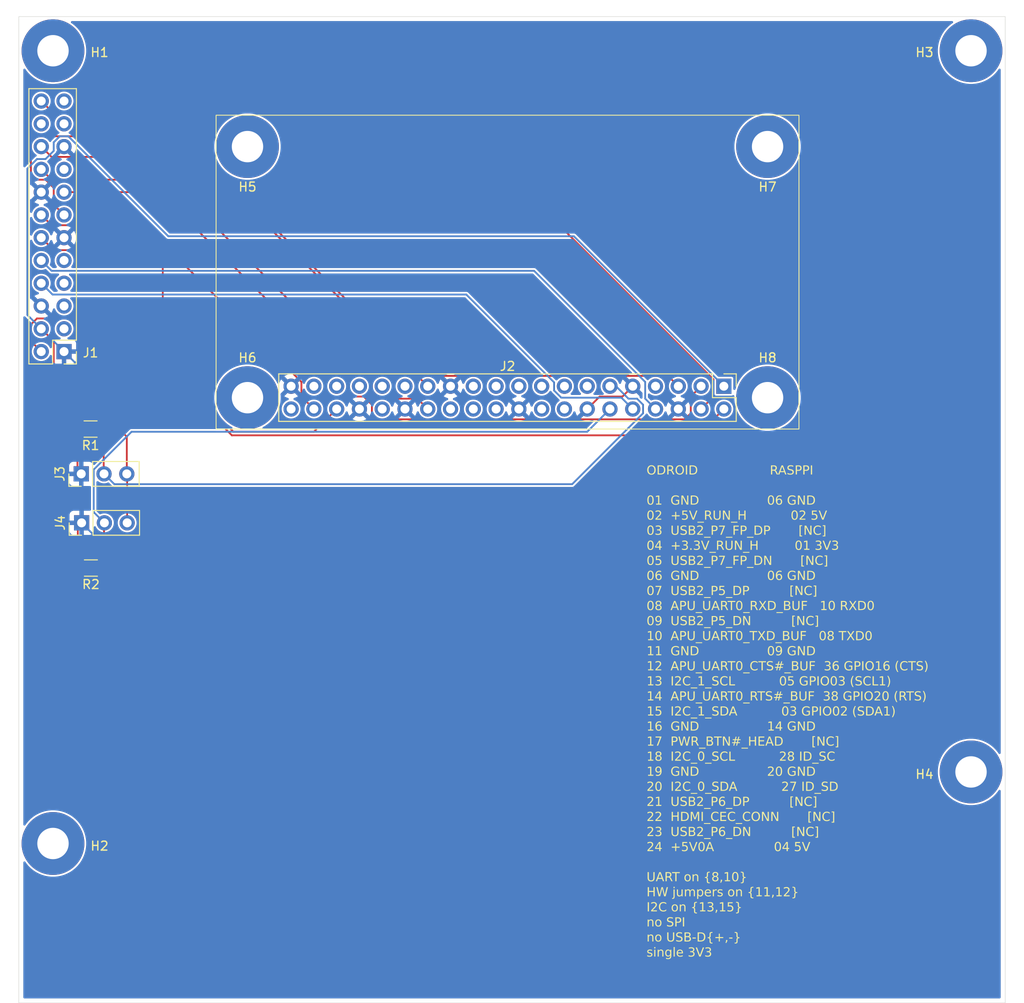
<source format=kicad_pcb>
(kicad_pcb (version 20241229) (generator "pcbnew") (generator_version "9.0")
  (layers (0 "F.Cu" signal) (2 "B.Cu" signal) (13 "F.Paste" user) (15 "B.Paste" user) (5 "F.SilkS" user "F.Silkscreen") (7 "B.SilkS" user "B.Silkscreen") (1 "F.Mask" user) (3 "B.Mask" user) (25 "Edge.Cuts" user))
  (net 0 "")
  (net 1 "Net-(J1-Pin_24)")
  (net 2 "GND")
  (net 5 "Net-(J1-Pin_4)")
  (net 6 "Net-(J1-Pin_15)")
  (net 7 "Net-(J1-Pin_8)")
  (net 8 "Net-(J1-Pin_18)")
  (net 9 "Net-(J1-Pin_12)")
  (net 10 "Net-(J1-Pin_2)")
  (net 11 "Net-(J1-Pin_20)")
  (net 12 "Net-(J1-Pin_10)")
  (net 14 "Net-(J1-Pin_13)")
  (net 20 "Net-(J1-Pin_14)")
  (net 40 "Net-(J2-Pin_11)")
  (net 41 "Net-(J2-Pin_12)")
  (footprint "MountingHole:MountingHole_3.5mm_Pad" (layer "F.Cu") (at 128.5 53)
    (property "Reference" "H5" (at 0 4.5 0) (layer "F.SilkS"))
    (property "Value" "MountingWaveshare")
    (pad "1" thru_hole circle (at 0 0) (size 7 7) (drill 3.5) (layers "*.Cu" "*.Mask"))
  )
  (footprint "Connector_PinHeader_2.54mm:PinHeader_1x03_P2.54mm_Vertical" (layer "F.Cu") (at 110 94.96 90)
    (property "Reference" "J4" (at 0 -2.38 90) (layer "F.SilkS"))
    (property "Value" "M1")
    (fp_line (start -1.38 -1.38) (end 0 -1.38) (stroke (width 0.12)) (layer "F.SilkS"))
    (fp_line (start -1.38 0) (end -1.38 -1.38) (stroke (width 0.12)) (layer "F.SilkS"))
    (fp_line (start 1.38 1.27) (end 1.38 6.46) (stroke (width 0.12)) (layer "F.SilkS"))
    (fp_line (start -1.38 1.27) (end 1.38 1.27) (stroke (width 0.12)) (layer "F.SilkS"))
    (fp_line (start -1.38 1.27) (end -1.38 6.46) (stroke (width 0.12)) (layer "F.SilkS"))
    (fp_line (start -1.38 6.46) (end 1.38 6.46) (stroke (width 0.12)) (layer "F.SilkS"))
    (pad "1" thru_hole rect (at 0 0 90) (size 1.7 1.7) (drill 1) (layers "*.Cu" "*.Mask") (net 2 "GND"))
    (pad "2" thru_hole circle (at 0 2.54 90) (size 1.7 1.7) (drill 1) (layers "*.Cu" "*.Mask") (net 41 "Net-(J2-Pin_12)"))
    (pad "3" thru_hole circle (at 0 5.08 90) (size 1.7 1.7) (drill 1) (layers "*.Cu" "*.Mask") (net 5 "Net-(J1-Pin_4)"))
  )
  (footprint "MountingHole:MountingHole_3.5mm_Pad" (layer "F.Cu") (at 106.81 42.31)
    (property "Reference" "H1" (at 5.19 0.19 0) (layer "F.SilkS"))
    (property "Value" "MountingOdroid")
    (pad "1" thru_hole circle (at 0 0) (size 7 7) (drill 3.5) (layers "*.Cu" "*.Mask"))
  )
  (footprint "MountingHole:MountingHole_3.5mm_Pad" (layer "F.Cu") (at 209.19 42.31)
    (property "Reference" "H3" (at -5.19 0.19 0) (layer "F.SilkS"))
    (property "Value" "MountingOdroid")
    (pad "1" thru_hole circle (at 0 0) (size 7 7) (drill 3.5) (layers "*.Cu" "*.Mask"))
  )
  (footprint "Resistor_SMD:R_1206_3216Metric" (layer "F.Cu") (at 111 84.5 180)
    (property "Reference" "R1" (at 0 -1.83 0) (layer "F.SilkS"))
    (property "Value" "47K")
    (fp_line (start -0.727064 0.91) (end 0.727064 0.91) (stroke (width 0.12)) (layer "F.SilkS"))
    (fp_line (start -0.727064 -0.91) (end 0.727064 -0.91) (stroke (width 0.12)) (layer "F.SilkS"))
    (pad "1" smd roundrect (at -1.4625 0 180) (size 1.125 1.75) (layers "F.Cu" "F.Mask" "F.Paste") (roundrect_rratio 0.222222) (net 40 "Net-(J2-Pin_11)"))
    (pad "2" smd roundrect (at 1.4625 0 180) (size 1.125 1.75) (layers "F.Cu" "F.Mask" "F.Paste") (roundrect_rratio 0.222222) (net 2 "GND"))
  )
  (footprint "Connector_PinHeader_2.54mm:PinHeader_2x20_P2.54mm_Vertical" (layer "F.Cu") (at 181.625 79.725 -90)
    (property "Reference" "J2" (at -2.225 24.125 180) (layer "F.SilkS"))
    (property "Value" "RASPPI_2x20_GPIO")
    (fp_line (start -1.38 49.64) (end 3.92 49.64) (stroke (width 0.12)) (layer "F.SilkS"))
    (fp_line (start -1.38 1.27) (end -1.38 49.64) (stroke (width 0.12)) (layer "F.SilkS"))
    (fp_line (start -1.38 1.27) (end 1.27 1.27) (stroke (width 0.12)) (layer "F.SilkS"))
    (fp_line (start 1.27 1.27) (end 1.27 -1.38) (stroke (width 0.12)) (layer "F.SilkS"))
    (fp_line (start -1.38 0) (end -1.38 -1.38) (stroke (width 0.12)) (layer "F.SilkS"))
    (fp_line (start -1.38 -1.38) (end 0 -1.38) (stroke (width 0.12)) (layer "F.SilkS"))
    (fp_line (start 1.27 -1.38) (end 3.92 -1.38) (stroke (width 0.12)) (layer "F.SilkS"))
    (fp_line (start 3.92 -1.38) (end 3.92 49.64) (stroke (width 0.12)) (layer "F.SilkS"))
    (pad "1" thru_hole rect (at 0 0 270) (size 1.7 1.7) (drill 1) (layers "*.Cu" "*.Mask") (net 5 "Net-(J1-Pin_4)"))
    (pad "2" thru_hole circle (at 2.54 0 270) (size 1.7 1.7) (drill 1) (layers "*.Cu" "*.Mask") (net 10 "Net-(J1-Pin_2)"))
    (pad "3" thru_hole circle (at 0 2.54 270) (size 1.7 1.7) (drill 1) (layers "*.Cu" "*.Mask") (net 6 "Net-(J1-Pin_15)"))
    (pad "4" thru_hole circle (at 2.54 2.54 270) (size 1.7 1.7) (drill 1) (layers "*.Cu" "*.Mask") (net 1 "Net-(J1-Pin_24)"))
    (pad "5" thru_hole circle (at 0 5.08 270) (size 1.7 1.7) (drill 1) (layers "*.Cu" "*.Mask") (net 14 "Net-(J1-Pin_13)"))
    (pad "6" thru_hole circle (at 2.54 5.08 270) (size 1.7 1.7) (drill 1) (layers "*.Cu" "*.Mask") (net 2 "GND"))
    (pad "7" thru_hole circle (at 0 7.62 270) (size 1.7 1.7) (drill 1) (layers "*.Cu" "*.Mask"))
    (pad "8" thru_hole circle (at 2.54 7.62 270) (size 1.7 1.7) (drill 1) (layers "*.Cu" "*.Mask") (net 12 "Net-(J1-Pin_10)"))
    (pad "9" thru_hole circle (at 0 10.16 270) (size 1.7 1.7) (drill 1) (layers "*.Cu" "*.Mask") (net 2 "GND"))
    (pad "10" thru_hole circle (at 2.54 10.16 270) (size 1.7 1.7) (drill 1) (layers "*.Cu" "*.Mask") (net 7 "Net-(J1-Pin_8)"))
    (pad "11" thru_hole circle (at 0 12.7 270) (size 1.7 1.7) (drill 1) (layers "*.Cu" "*.Mask") (net 40 "Net-(J2-Pin_11)"))
    (pad "12" thru_hole circle (at 2.54 12.7 270) (size 1.7 1.7) (drill 1) (layers "*.Cu" "*.Mask") (net 41 "Net-(J2-Pin_12)"))
    (pad "13" thru_hole circle (at 0 15.24 270) (size 1.7 1.7) (drill 1) (layers "*.Cu" "*.Mask"))
    (pad "14" thru_hole circle (at 2.54 15.24 270) (size 1.7 1.7) (drill 1) (layers "*.Cu" "*.Mask") (net 2 "GND"))
    (pad "15" thru_hole circle (at 0 17.78 270) (size 1.7 1.7) (drill 1) (layers "*.Cu" "*.Mask"))
    (pad "16" thru_hole circle (at 2.54 17.78 270) (size 1.7 1.7) (drill 1) (layers "*.Cu" "*.Mask"))
    (pad "17" thru_hole circle (at 0 20.32 270) (size 1.7 1.7) (drill 1) (layers "*.Cu" "*.Mask"))
    (pad "18" thru_hole circle (at 2.54 20.32 270) (size 1.7 1.7) (drill 1) (layers "*.Cu" "*.Mask"))
    (pad "19" thru_hole circle (at 0 22.86 270) (size 1.7 1.7) (drill 1) (layers "*.Cu" "*.Mask"))
    (pad "20" thru_hole circle (at 2.54 22.86 270) (size 1.7 1.7) (drill 1) (layers "*.Cu" "*.Mask") (net 2 "GND"))
    (pad "21" thru_hole circle (at 0 25.4 270) (size 1.7 1.7) (drill 1) (layers "*.Cu" "*.Mask"))
    (pad "22" thru_hole circle (at 2.54 25.4 270) (size 1.7 1.7) (drill 1) (layers "*.Cu" "*.Mask"))
    (pad "23" thru_hole circle (at 0 27.94 270) (size 1.7 1.7) (drill 1) (layers "*.Cu" "*.Mask"))
    (pad "24" thru_hole circle (at 2.54 27.94 270) (size 1.7 1.7) (drill 1) (layers "*.Cu" "*.Mask"))
    (pad "25" thru_hole circle (at 0 30.48 270) (size 1.7 1.7) (drill 1) (layers "*.Cu" "*.Mask") (net 2 "GND"))
    (pad "26" thru_hole circle (at 2.54 30.48 270) (size 1.7 1.7) (drill 1) (layers "*.Cu" "*.Mask"))
    (pad "27" thru_hole circle (at 0 33.02 270) (size 1.7 1.7) (drill 1) (layers "*.Cu" "*.Mask") (net 11 "Net-(J1-Pin_20)"))
    (pad "28" thru_hole circle (at 2.54 33.02 270) (size 1.7 1.7) (drill 1) (layers "*.Cu" "*.Mask") (net 8 "Net-(J1-Pin_18)"))
    (pad "29" thru_hole circle (at 0 35.56 270) (size 1.7 1.7) (drill 1) (layers "*.Cu" "*.Mask"))
    (pad "30" thru_hole circle (at 2.54 35.56 270) (size 1.7 1.7) (drill 1) (layers "*.Cu" "*.Mask") (net 2 "GND"))
    (pad "31" thru_hole circle (at 0 38.1 270) (size 1.7 1.7) (drill 1) (layers "*.Cu" "*.Mask"))
    (pad "32" thru_hole circle (at 2.54 38.1 270) (size 1.7 1.7) (drill 1) (layers "*.Cu" "*.Mask"))
    (pad "33" thru_hole circle (at 0 40.64 270) (size 1.7 1.7) (drill 1) (layers "*.Cu" "*.Mask"))
    (pad "34" thru_hole circle (at 2.54 40.64 270) (size 1.7 1.7) (drill 1) (layers "*.Cu" "*.Mask") (net 2 "GND"))
    (pad "35" thru_hole circle (at 0 43.18 270) (size 1.7 1.7) (drill 1) (layers "*.Cu" "*.Mask"))
    (pad "36" thru_hole circle (at 2.54 43.18 270) (size 1.7 1.7) (drill 1) (layers "*.Cu" "*.Mask") (net 9 "Net-(J1-Pin_12)"))
    (pad "37" thru_hole circle (at 0 45.72 270) (size 1.7 1.7) (drill 1) (layers "*.Cu" "*.Mask"))
    (pad "38" thru_hole circle (at 2.54 45.72 270) (size 1.7 1.7) (drill 1) (layers "*.Cu" "*.Mask") (net 20 "Net-(J1-Pin_14)"))
    (pad "39" thru_hole circle (at 0 48.26 270) (size 1.7 1.7) (drill 1) (layers "*.Cu" "*.Mask") (net 2 "GND"))
    (pad "40" thru_hole circle (at 2.54 48.26 270) (size 1.7 1.7) (drill 1) (layers "*.Cu" "*.Mask"))
  )
  (footprint "Connector_PinHeader_2.54mm:PinHeader_2x12_P2.54mm_Vertical" (layer "F.Cu") (at 108.04 75.86 180)
    (property "Reference" "J1" (at -2.96 -0.14 0) (layer "F.SilkS"))
    (property "Value" "ODROID_2x12_GPIO")
    (fp_line (start 3.92 -1.38) (end 3.92 29.32) (stroke (width 0.12)) (layer "F.SilkS"))
    (fp_line (start 1.27 1.27) (end 1.27 -1.38) (stroke (width 0.12)) (layer "F.SilkS"))
    (fp_line (start 1.27 -1.38) (end 3.92 -1.38) (stroke (width 0.12)) (layer "F.SilkS"))
    (fp_line (start -1.38 29.32) (end 3.92 29.32) (stroke (width 0.12)) (layer "F.SilkS"))
    (fp_line (start -1.38 1.27) (end 1.27 1.27) (stroke (width 0.12)) (layer "F.SilkS"))
    (fp_line (start -1.38 1.27) (end -1.38 29.32) (stroke (width 0.12)) (layer "F.SilkS"))
    (fp_line (start -1.38 0) (end -1.38 -1.38) (stroke (width 0.12)) (layer "F.SilkS"))
    (fp_line (start -1.38 -1.38) (end 0 -1.38) (stroke (width 0.12)) (layer "F.SilkS"))
    (pad "1" thru_hole rect (at 0 0 180) (size 1.7 1.7) (drill 1) (layers "*.Cu" "*.Mask") (net 2 "GND"))
    (pad "2" thru_hole circle (at 2.54 0 180) (size 1.7 1.7) (drill 1) (layers "*.Cu" "*.Mask") (net 10 "Net-(J1-Pin_2)"))
    (pad "3" thru_hole circle (at 0 2.54 180) (size 1.7 1.7) (drill 1) (layers "*.Cu" "*.Mask"))
    (pad "4" thru_hole circle (at 2.54 2.54 180) (size 1.7 1.7) (drill 1) (layers "*.Cu" "*.Mask") (net 5 "Net-(J1-Pin_4)"))
    (pad "5" thru_hole circle (at 0 5.08 180) (size 1.7 1.7) (drill 1) (layers "*.Cu" "*.Mask"))
    (pad "6" thru_hole circle (at 2.54 5.08 180) (size 1.7 1.7) (drill 1) (layers "*.Cu" "*.Mask") (net 2 "GND"))
    (pad "7" thru_hole circle (at 0 7.62 180) (size 1.7 1.7) (drill 1) (layers "*.Cu" "*.Mask"))
    (pad "8" thru_hole circle (at 2.54 7.62 180) (size 1.7 1.7) (drill 1) (layers "*.Cu" "*.Mask") (net 7 "Net-(J1-Pin_8)"))
    (pad "9" thru_hole circle (at 0 10.16 180) (size 1.7 1.7) (drill 1) (layers "*.Cu" "*.Mask"))
    (pad "10" thru_hole circle (at 2.54 10.16 180) (size 1.7 1.7) (drill 1) (layers "*.Cu" "*.Mask") (net 12 "Net-(J1-Pin_10)"))
    (pad "11" thru_hole circle (at 0 12.7 180) (size 1.7 1.7) (drill 1) (layers "*.Cu" "*.Mask") (net 2 "GND"))
    (pad "12" thru_hole circle (at 2.54 12.7 180) (size 1.7 1.7) (drill 1) (layers "*.Cu" "*.Mask") (net 9 "Net-(J1-Pin_12)"))
    (pad "13" thru_hole circle (at 0 15.24 180) (size 1.7 1.7) (drill 1) (layers "*.Cu" "*.Mask") (net 14 "Net-(J1-Pin_13)"))
    (pad "14" thru_hole circle (at 2.54 15.24 180) (size 1.7 1.7) (drill 1) (layers "*.Cu" "*.Mask") (net 20 "Net-(J1-Pin_14)"))
    (pad "15" thru_hole circle (at 0 17.78 180) (size 1.7 1.7) (drill 1) (layers "*.Cu" "*.Mask") (net 6 "Net-(J1-Pin_15)"))
    (pad "16" thru_hole circle (at 2.54 17.78 180) (size 1.7 1.7) (drill 1) (layers "*.Cu" "*.Mask") (net 2 "GND"))
    (pad "17" thru_hole circle (at 0 20.32 180) (size 1.7 1.7) (drill 1) (layers "*.Cu" "*.Mask"))
    (pad "18" thru_hole circle (at 2.54 20.32 180) (size 1.7 1.7) (drill 1) (layers "*.Cu" "*.Mask") (net 8 "Net-(J1-Pin_18)"))
    (pad "19" thru_hole circle (at 0 22.86 180) (size 1.7 1.7) (drill 1) (layers "*.Cu" "*.Mask") (net 2 "GND"))
    (pad "20" thru_hole circle (at 2.54 22.86 180) (size 1.7 1.7) (drill 1) (layers "*.Cu" "*.Mask") (net 11 "Net-(J1-Pin_20)"))
    (pad "21" thru_hole circle (at 0 25.4 180) (size 1.7 1.7) (drill 1) (layers "*.Cu" "*.Mask"))
    (pad "22" thru_hole circle (at 2.54 25.4 180) (size 1.7 1.7) (drill 1) (layers "*.Cu" "*.Mask"))
    (pad "23" thru_hole circle (at 0 27.94 180) (size 1.7 1.7) (drill 1) (layers "*.Cu" "*.Mask"))
    (pad "24" thru_hole circle (at 2.54 27.94 180) (size 1.7 1.7) (drill 1) (layers "*.Cu" "*.Mask") (net 1 "Net-(J1-Pin_24)"))
  )
  (footprint "Connector_PinHeader_2.54mm:PinHeader_1x03_P2.54mm_Vertical" (layer "F.Cu") (at 109.96 89.5 90)
    (property "Reference" "J3" (at 0 -2.38 90) (layer "F.SilkS"))
    (property "Value" "M0")
    (fp_line (start -1.38 -1.38) (end 0 -1.38) (stroke (width 0.12)) (layer "F.SilkS"))
    (fp_line (start -1.38 0) (end -1.38 -1.38) (stroke (width 0.12)) (layer "F.SilkS"))
    (fp_line (start 1.38 1.27) (end 1.38 6.46) (stroke (width 0.12)) (layer "F.SilkS"))
    (fp_line (start -1.38 1.27) (end 1.38 1.27) (stroke (width 0.12)) (layer "F.SilkS"))
    (fp_line (start -1.38 1.27) (end -1.38 6.46) (stroke (width 0.12)) (layer "F.SilkS"))
    (fp_line (start -1.38 6.46) (end 1.38 6.46) (stroke (width 0.12)) (layer "F.SilkS"))
    (pad "1" thru_hole rect (at 0 0 90) (size 1.7 1.7) (drill 1) (layers "*.Cu" "*.Mask") (net 2 "GND"))
    (pad "2" thru_hole circle (at 0 2.54 90) (size 1.7 1.7) (drill 1) (layers "*.Cu" "*.Mask") (net 40 "Net-(J2-Pin_11)"))
    (pad "3" thru_hole circle (at 0 5.08 90) (size 1.7 1.7) (drill 1) (layers "*.Cu" "*.Mask") (net 5 "Net-(J1-Pin_4)"))
  )
  (footprint "Resistor_SMD:R_1206_3216Metric" (layer "F.Cu") (at 111.0375 100 180)
    (property "Reference" "R2" (at 0 -1.83 0) (layer "F.SilkS"))
    (property "Value" "47K")
    (fp_line (start -0.727064 0.91) (end 0.727064 0.91) (stroke (width 0.12)) (layer "F.SilkS"))
    (fp_line (start -0.727064 -0.91) (end 0.727064 -0.91) (stroke (width 0.12)) (layer "F.SilkS"))
    (pad "1" smd roundrect (at -1.4625 0 180) (size 1.125 1.75) (layers "F.Cu" "F.Mask" "F.Paste") (roundrect_rratio 0.222222) (net 41 "Net-(J2-Pin_12)"))
    (pad "2" smd roundrect (at 1.4625 0 180) (size 1.125 1.75) (layers "F.Cu" "F.Mask" "F.Paste") (roundrect_rratio 0.222222) (net 2 "GND"))
  )
  (footprint "MountingHole:MountingHole_3.5mm_Pad" (layer "F.Cu") (at 186.5 53)
    (property "Reference" "H7" (at 0 4.5 0) (layer "F.SilkS"))
    (property "Value" "MountingWaveshare")
    (pad "1" thru_hole circle (at 0 0) (size 7 7) (drill 3.5) (layers "*.Cu" "*.Mask"))
  )
  (footprint "MountingHole:MountingHole_3.5mm_Pad" (layer "F.Cu") (at 186.5 81)
    (property "Reference" "H8" (at 0 -4.45 0) (layer "F.SilkS"))
    (property "Value" "MountingWaveshare")
    (pad "1" thru_hole circle (at 0 0) (size 7 7) (drill 3.5) (layers "*.Cu" "*.Mask"))
  )
  (footprint "MountingHole:MountingHole_3.5mm_Pad" (layer "F.Cu") (at 209.19 122.74)
    (property "Reference" "H4" (at -5.19 0.26 0) (layer "F.SilkS"))
    (property "Value" "MountingOdroid")
    (pad "1" thru_hole circle (at 0 0) (size 7 7) (drill 3.5) (layers "*.Cu" "*.Mask"))
  )
  (footprint "MountingHole:MountingHole_3.5mm_Pad" (layer "F.Cu") (at 128.5 81)
    (property "Reference" "H6" (at 0 -4.45 0) (layer "F.SilkS"))
    (property "Value" "MountingWaveshare")
    (pad "1" thru_hole circle (at 0 0) (size 7 7) (drill 3.5) (layers "*.Cu" "*.Mask"))
  )
  (footprint "MountingHole:MountingHole_3.5mm_Pad" (layer "F.Cu") (at 106.81 130.72)
    (property "Reference" "H2" (at 5.19 0.28 0) (layer "F.SilkS"))
    (property "Value" "MountingOdroid")
    (pad "1" thru_hole circle (at 0 0) (size 7 7) (drill 3.5) (layers "*.Cu" "*.Mask"))
  )
  (gr_rect (start 125 49.5) (end 190 84.5) (stroke (width 0.1)) (fill no) (layer "F.SilkS"))
  (gr_rect (start 103 38.5) (end 213 148.5) (stroke (width 0.05)) (fill no) (layer "Edge.Cuts"))
  (gr_text "ODROID                  RASPPI\n\n01  GND                 06 GND\n02  +5V_RUN_H           02 5V      \n03  USB2_P7_FP_DP       [NC]          \n04  +3.3V_RUN_H         01 3V3        \n05  USB2_P7_FP_DN       [NC]          \n06  GND                 06 GND\n07  USB2_P5_DP          [NC]       \n08  APU_UART0_RXD_BUF   10 RXD0                 \n09  USB2_P5_DN          [NC]       \n10  APU_UART0_TXD_BUF   08 TXD0              \n11  GND                 09 GND\n12  APU_UART0_CTS#_BUF  36 GPIO16 (CTS)               \n13  I2C_1_SCL           05 GPIO03 (SCL1)      \n14  APU_UART0_RTS#_BUF  38 GPIO20 (RTS)               \n15  I2C_1_SDA           03 GPIO02 (SDA1)      \n16  GND                 14 GND\n17  PWR_BTN#_HEAD       [NC]\n18  I2C_0_SCL           28 ID_SC      \n19  GND                 20 GND\n20  I2C_0_SDA           27 ID_SD      \n21  USB2_P6_DP          [NC]       \n22  HDMI_CEC_CONN       [NC]\n23  USB2_P6_DN          [NC]       \n24  +5V0A               04 5V  \n\nUART on {8,10}\nHW jumpers on {11,12}\nI2C on {13,15}\nno SPI\nno USB-D{+,-}\nsingle 3V3" (at 173 143.5 0) (layer "F.SilkS") (effects (font (size 1 1) (thickness 0.1)) (justify left bottom)))
  (segment (start 150.699 49.199) (end 180.474 78.974) (width 0.2) (layer "F.Cu") (net 1))
  (segment (start 180.474 80.876) (end 179.085 82.265) (width 0.2) (layer "F.Cu") (net 1))
  (segment (start 180.474 78.974) (end 180.474 80.876) (width 0.2) (layer "F.Cu") (net 1))
  (segment (start 105.5 47.92) (end 106.779 49.199) (width 0.2) (layer "F.Cu") (net 1))
  (segment (start 106.779 49.199) (end 150.699 49.199) (width 0.2) (layer "F.Cu") (net 1))
  (segment (start 109.575 95.385) (end 110 94.96) (width 0.2) (layer "F.Cu") (net 2))
  (segment (start 109.5375 89.0775) (end 109.96 89.5) (width 0.2) (layer "F.Cu") (net 2))
  (segment (start 171.465 79.725) (end 170.314 80.876) (width 0.2) (layer "F.Cu") (net 2))
  (segment (start 109.5375 84.5) (end 109.5375 89.0775) (width 0.2) (layer "F.Cu") (net 2))
  (segment (start 170.314 80.876) (end 167.774 80.876) (width 0.2) (layer "F.Cu") (net 2))
  (segment (start 167.774 80.876) (end 166.385 82.265) (width 0.2) (layer "F.Cu") (net 2))
  (segment (start 109.575 100) (end 109.575 95.385) (width 0.2) (layer "F.Cu") (net 2))
  (segment (start 158.765 82.265) (end 159.916 83.416) (width 0.2) (layer "B.Cu") (net 2))
  (segment (start 139.72 81) (end 140.985 82.265) (width 0.2) (layer "B.Cu") (net 2))
  (segment (start 106.889 74.709) (end 106.889 72.169) (width 0.2) (layer "B.Cu") (net 2))
  (segment (start 106.889 72.169) (end 105.5 70.78) (width 0.2) (layer "B.Cu") (net 2))
  (segment (start 162.31 96.5) (end 111.54 96.5) (width 0.2) (layer "B.Cu") (net 2))
  (segment (start 133.365 79.725) (end 129.5 75.86) (width 0.2) (layer "B.Cu") (net 2))
  (segment (start 152.534 81.114) (end 157.614 81.114) (width 0.2) (layer "B.Cu") (net 2))
  (segment (start 151.145 79.725) (end 152.534 81.114) (width 0.2) (layer "B.Cu") (net 2))
  (segment (start 106.889 62.009) (end 108.04 63.16) (width 0.2) (layer "B.Cu") (net 2))
  (segment (start 110 94.96) (end 110 89.54) (width 0.2) (layer "B.Cu") (net 2))
  (segment (start 106.889 54.151) (end 106.889 56.691) (width 0.2) (layer "B.Cu") (net 2))
  (segment (start 176.545 82.265) (end 162.31 96.5) (width 0.2) (layer "B.Cu") (net 2))
  (segment (start 110 89.54) (end 109.96 89.5) (width 0.2) (layer "B.Cu") (net 2))
  (segment (start 104.349 69.629) (end 105.5 70.78) (width 0.2) (layer "B.Cu") (net 2))
  (segment (start 106.651 64.549) (end 105.02324 64.549) (width 0.2) (layer "B.Cu") (net 2))
  (segment (start 109.96 77.78) (end 108.04 75.86) (width 0.2) (layer "B.Cu") (net 2))
  (segment (start 157.614 81.114) (end 158.765 82.265) (width 0.2) (layer "B.Cu") (net 2))
  (segment (start 134.64 81) (end 139.72 81) (width 0.2) (layer "B.Cu") (net 2))
  (segment (start 104.349 65.22324) (end 104.349 69.629) (width 0.2) (layer "B.Cu") (net 2))
  (segment (start 111.54 96.5) (end 110 94.96) (width 0.2) (layer "B.Cu") (net 2))
  (segment (start 108.04 63.16) (end 106.651 64.549) (width 0.2) (layer "B.Cu") (net 2))
  (segment (start 133.365 79.725) (end 134.64 81) (width 0.2) (layer "B.Cu") (net 2))
  (segment (start 142.136 81.114) (end 144.914 81.114) (width 0.2) (layer "B.Cu") (net 2))
  (segment (start 149.756 81.114) (end 151.145 79.725) (width 0.2) (layer "B.Cu") (net 2))
  (segment (start 165.234 83.416) (end 166.385 82.265) (width 0.2) (layer "B.Cu") (net 2))
  (segment (start 105.5 58.08) (end 106.889 59.469) (width 0.2) (layer "B.Cu") (net 2))
  (segment (start 109.96 89.5) (end 109.96 77.78) (width 0.2) (layer "B.Cu") (net 2))
  (segment (start 159.916 83.416) (end 165.234 83.416) (width 0.2) (layer "B.Cu") (net 2))
  (segment (start 147.216 81.114) (end 149.756 81.114) (width 0.2) (layer "B.Cu") (net 2))
  (segment (start 140.985 82.265) (end 142.136 81.114) (width 0.2) (layer "B.Cu") (net 2))
  (segment (start 105.02324 64.549) (end 104.349 65.22324) (width 0.2) (layer "B.Cu") (net 2))
  (segment (start 129.5 75.86) (end 108.04 75.86) (width 0.2) (layer "B.Cu") (net 2))
  (segment (start 146.065 82.265) (end 147.216 81.114) (width 0.2) (layer "B.Cu") (net 2))
  (segment (start 106.889 56.691) (end 105.5 58.08) (width 0.2) (layer "B.Cu") (net 2))
  (segment (start 106.889 59.469) (end 106.889 62.009) (width 0.2) (layer "B.Cu") (net 2))
  (segment (start 108.04 53) (end 106.889 54.151) (width 0.2) (layer "B.Cu") (net 2))
  (segment (start 108.04 75.86) (end 106.889 74.709) (width 0.2) (layer "B.Cu") (net 2))
  (segment (start 144.914 81.114) (end 146.065 82.265) (width 0.2) (layer "B.Cu") (net 2))
  (segment (start 105.5 73.32) (end 106.889 74.709) (width 0.2) (layer "F.Cu") (net 5))
  (segment (start 115.04 85.35384) (end 115.04 89.5) (width 0.2) (layer "F.Cu") (net 5))
  (segment (start 106.889 77.20284) (end 115.04 85.35384) (width 0.2) (layer "F.Cu") (net 5))
  (segment (start 106.889 74.709) (end 106.889 77.20284) (width 0.2) (layer "F.Cu") (net 5))
  (segment (start 115.08 94.96) (end 115.08 89.54) (width 0.2) (layer "F.Cu") (net 5))
  (segment (start 115.08 89.54) (end 115.04 89.5) (width 0.2) (layer "F.Cu") (net 5))
  (segment (start 103.948 55.46424) (end 103.948 71.768) (width 0.2) (layer "B.Cu") (net 5))
  (segment (start 107.56324 51.849) (end 106.889 52.52324) (width 0.2) (layer "B.Cu") (net 5))
  (segment (start 164.9 63) (end 119.66776 63) (width 0.2) (layer "B.Cu") (net 5))
  (segment (start 103.948 71.768) (end 105.5 73.32) (width 0.2) (layer "B.Cu") (net 5))
  (segment (start 119.66776 63) (end 108.51676 51.849) (width 0.2) (layer "B.Cu") (net 5))
  (segment (start 106.889 53.47676) (end 105.97676 54.389) (width 0.2) (layer "B.Cu") (net 5))
  (segment (start 181.625 79.725) (end 164.9 63) (width 0.2) (layer "B.Cu") (net 5))
  (segment (start 105.97676 54.389) (end 105.02324 54.389) (width 0.2) (layer "B.Cu") (net 5))
  (segment (start 105.02324 54.389) (end 103.948 55.46424) (width 0.2) (layer "B.Cu") (net 5))
  (segment (start 108.51676 51.849) (end 107.56324 51.849) (width 0.2) (layer "B.Cu") (net 5))
  (segment (start 106.889 52.52324) (end 106.889 53.47676) (width 0.2) (layer "B.Cu") (net 5))
  (segment (start 108.04 58.08) (end 118.66576 58.08) (width 0.2) (layer "F.Cu") (net 6))
  (segment (start 140.50824 80.876) (end 141.46176 80.876) (width 0.2) (layer "F.Cu") (net 6))
  (segment (start 142.374 82.74176) (end 143.04824 83.416) (width 0.2) (layer "F.Cu") (net 6))
  (segment (start 141.46176 80.876) (end 142.374 81.78824) (width 0.2) (layer "F.Cu") (net 6))
  (segment (start 139.834 79.24824) (end 139.834 80.20176) (width 0.2) (layer "F.Cu") (net 6))
  (segment (start 118.66576 58.08) (end 139.834 79.24824) (width 0.2) (layer "F.Cu") (net 6))
  (segment (start 177.934 82.74176) (end 177.934 80.876) (width 0.2) (layer "F.Cu") (net 6))
  (segment (start 177.25976 83.416) (end 177.934 82.74176) (width 0.2) (layer "F.Cu") (net 6))
  (segment (start 142.374 81.78824) (end 142.374 82.74176) (width 0.2) (layer "F.Cu") (net 6))
  (segment (start 139.834 80.20176) (end 140.50824 80.876) (width 0.2) (layer "F.Cu") (net 6))
  (segment (start 177.934 80.876) (end 179.085 79.725) (width 0.2) (layer "F.Cu") (net 6))
  (segment (start 143.04824 83.416) (end 177.25976 83.416) (width 0.2) (layer "F.Cu") (net 6))
  (segment (start 163.49224 81) (end 170.2 81) (width 0.2) (layer "B.Cu") (net 7))
  (segment (start 106.76 69.5) (end 152.90176 69.5) (width 0.2) (layer "B.Cu") (net 7))
  (segment (start 162.694 79.29224) (end 162.694 80.20176) (width 0.2) (layer "B.Cu") (net 7))
  (segment (start 105.5 68.24) (end 106.76 69.5) (width 0.2) (layer "B.Cu") (net 7))
  (segment (start 152.90176 69.5) (end 162.694 79.29224) (width 0.2) (layer "B.Cu") (net 7))
  (segment (start 162.694 80.20176) (end 163.49224 81) (width 0.2) (layer "B.Cu") (net 7))
  (segment (start 170.2 81) (end 171.465 82.265) (width 0.2) (layer "B.Cu") (net 7))
  (segment (start 142.374 79.374) (end 142.374 80.20176) (width 0.2) (layer "F.Cu") (net 8))
  (segment (start 142.374 80.20176) (end 143.28624 81.114) (width 0.2) (layer "F.Cu") (net 8))
  (segment (start 147.454 81.114) (end 148.605 82.265) (width 0.2) (layer "F.Cu") (net 8))
  (segment (start 105.5 55.54) (end 106.651 56.691) (width 0.2) (layer "F.Cu") (net 8))
  (segment (start 106.651 56.691) (end 119.691 56.691) (width 0.2) (layer "F.Cu") (net 8))
  (segment (start 119.691 56.691) (end 142.374 79.374) (width 0.2) (layer "F.Cu") (net 8))
  (segment (start 143.28624 81.114) (end 147.454 81.114) (width 0.2) (layer "F.Cu") (net 8))
  (segment (start 119.049 64.549) (end 119.049 76.924426) (width 0.2) (layer "F.Cu") (net 9))
  (segment (start 135.909 84.801) (end 138.445 82.265) (width 0.2) (layer "F.Cu") (net 9))
  (segment (start 119.049 76.924426) (end 126.925574 84.801) (width 0.2) (layer "F.Cu") (net 9))
  (segment (start 105.5 63.16) (end 106.889 64.549) (width 0.2) (layer "F.Cu") (net 9))
  (segment (start 106.889 64.549) (end 119.049 64.549) (width 0.2) (layer "F.Cu") (net 9))
  (segment (start 126.925574 84.801) (end 135.909 84.801) (width 0.2) (layer "F.Cu") (net 9))
  (segment (start 105.02324 72.169) (end 113.726474 72.169) (width 0.2) (layer "F.Cu") (net 10))
  (segment (start 113.726474 72.169) (end 126.759474 85.202) (width 0.2) (layer "F.Cu") (net 10))
  (segment (start 104.349 72.84324) (end 105.02324 72.169) (width 0.2) (layer "F.Cu") (net 10))
  (segment (start 104.349 74.709) (end 104.349 72.84324) (width 0.2) (layer "F.Cu") (net 10))
  (segment (start 105.5 75.86) (end 104.349 74.709) (width 0.2) (layer "F.Cu") (net 10))
  (segment (start 126.759474 85.202) (end 178.688 85.202) (width 0.2) (layer "F.Cu") (net 10))
  (segment (start 178.688 85.202) (end 181.625 82.265) (width 0.2) (layer "F.Cu") (net 10))
  (segment (start 123.031 54.151) (end 148.605 79.725) (width 0.2) (layer "F.Cu") (net 11))
  (segment (start 106.651 54.151) (end 123.031 54.151) (width 0.2) (layer "F.Cu") (net 11))
  (segment (start 105.5 53) (end 106.651 54.151) (width 0.2) (layer "F.Cu") (net 11))
  (segment (start 105.5 65.7) (end 106.651 66.851) (width 0.2) (layer "B.Cu") (net 12))
  (segment (start 160.45676 66.851) (end 172.854 79.24824) (width 0.2) (layer "B.Cu") (net 12))
  (segment (start 172.854 79.24824) (end 172.854 81.114) (width 0.2) (layer "B.Cu") (net 12))
  (segment (start 172.854 81.114) (end 174.005 82.265) (width 0.2) (layer "B.Cu") (net 12))
  (segment (start 106.651 66.851) (end 160.45676 66.851) (width 0.2) (layer "B.Cu") (net 12))
  (segment (start 121.2961 51.849) (end 148.0211 78.574) (width 0.2) (layer "F.Cu") (net 14))
  (segment (start 175.394 78.574) (end 176.545 79.725) (width 0.2) (layer "F.Cu") (net 14))
  (segment (start 105.02324 51.849) (end 121.2961 51.849) (width 0.2) (layer "F.Cu") (net 14))
  (segment (start 108.04 60.62) (end 106.889 59.469) (width 0.2) (layer "F.Cu") (net 14))
  (segment (start 106.889 57.60324) (end 105.97676 56.691) (width 0.2) (layer "F.Cu") (net 14))
  (segment (start 105.97676 56.691) (end 105.02324 56.691) (width 0.2) (layer "F.Cu") (net 14))
  (segment (start 104.349 56.01676) (end 104.349 52.52324) (width 0.2) (layer "F.Cu") (net 14))
  (segment (start 105.02324 56.691) (end 104.349 56.01676) (width 0.2) (layer "F.Cu") (net 14))
  (segment (start 106.889 59.469) (end 106.889 57.60324) (width 0.2) (layer "F.Cu") (net 14))
  (segment (start 104.349 52.52324) (end 105.02324 51.849) (width 0.2) (layer "F.Cu") (net 14))
  (segment (start 148.0211 78.574) (end 175.394 78.574) (width 0.2) (layer "F.Cu") (net 14))
  (segment (start 117.03876 61.771) (end 134.516 79.24824) (width 0.2) (layer "F.Cu") (net 20))
  (segment (start 134.516 79.24824) (end 134.516 80.876) (width 0.2) (layer "F.Cu") (net 20))
  (segment (start 106.651 61.771) (end 117.03876 61.771) (width 0.2) (layer "F.Cu") (net 20))
  (segment (start 134.516 80.876) (end 135.905 82.265) (width 0.2) (layer "F.Cu") (net 20))
  (segment (start 105.5 60.62) (end 106.651 61.771) (width 0.2) (layer "F.Cu") (net 20))
  (segment (start 112.4625 84.5) (end 112.4625 89.4625) (width 0.2) (layer "F.Cu") (net 40))
  (segment (start 112.4625 89.4625) (end 112.5 89.5) (width 0.2) (layer "F.Cu") (net 40))
  (segment (start 172.616 82.74176) (end 172.616 81.78824) (width 0.2) (layer "B.Cu") (net 40))
  (segment (start 164.70676 90.651) (end 172.616 82.74176) (width 0.2) (layer "B.Cu") (net 40))
  (segment (start 169.59924 79.725) (end 168.925 79.725) (width 0.2) (layer "B.Cu") (net 40))
  (segment (start 112.5 89.5) (end 113.651 90.651) (width 0.2) (layer "B.Cu") (net 40))
  (segment (start 172.616 81.78824) (end 171.94176 81.114) (width 0.2) (layer "B.Cu") (net 40))
  (segment (start 171.94176 81.114) (end 170.98824 81.114) (width 0.2) (layer "B.Cu") (net 40))
  (segment (start 113.651 90.651) (end 164.70676 90.651) (width 0.2) (layer "B.Cu") (net 40))
  (segment (start 170.98824 81.114) (end 169.59924 79.725) (width 0.2) (layer "B.Cu") (net 40))
  (segment (start 112.5 100) (end 112.5 95) (width 0.2) (layer "F.Cu") (net 41))
  (segment (start 112.5 95) (end 112.54 94.96) (width 0.2) (layer "F.Cu") (net 41))
  (segment (start 112.54 94.96) (end 111.349 93.769) (width 0.2) (layer "B.Cu") (net 41))
  (segment (start 166.389 84.801) (end 168.925 82.265) (width 0.2) (layer "B.Cu") (net 41))
  (segment (start 111.349 89.02324) (end 115.57124 84.801) (width 0.2) (layer "B.Cu") (net 41))
  (segment (start 115.57124 84.801) (end 166.389 84.801) (width 0.2) (layer "B.Cu") (net 41))
  (segment (start 111.349 93.769) (end 111.349 89.02324) (width 0.2) (layer "B.Cu") (net 41))
  (zone (net 2) (net_name "GND") (layer "B.Cu") (name "GND") (connect_pads (clearance 0)) (min_thickness 0.25) (fill yes (thermal_gap 0.5) (thermal_bridge_width 0.5))
    (polygon (pts (xy 103 38.5) (xy 213 38.5) (xy 213 148.5) (xy 103 148.5)))
  )
)
</source>
